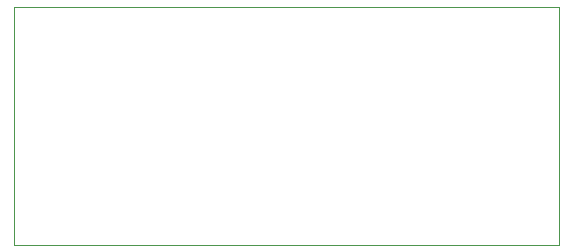
<source format=gbr>
G04 #@! TF.GenerationSoftware,KiCad,Pcbnew,(5.1.5-0-10_14)*
G04 #@! TF.CreationDate,2021-03-15T05:52:22+10:00*
G04 #@! TF.ProjectId,OH - Left Console - 13 Antenna Select Panel,4f48202d-204c-4656-9674-20436f6e736f,rev?*
G04 #@! TF.SameCoordinates,Original*
G04 #@! TF.FileFunction,Profile,NP*
%FSLAX46Y46*%
G04 Gerber Fmt 4.6, Leading zero omitted, Abs format (unit mm)*
G04 Created by KiCad (PCBNEW (5.1.5-0-10_14)) date 2021-03-15 05:52:22*
%MOMM*%
%LPD*%
G04 APERTURE LIST*
%ADD10C,0.120000*%
G04 APERTURE END LIST*
D10*
X96012000Y-71374000D02*
X96012000Y-91567000D01*
X142113000Y-91567000D02*
X96012000Y-91567000D01*
X142113000Y-71374000D02*
X142113000Y-91567000D01*
X96012000Y-71374000D02*
X142113000Y-71374000D01*
M02*

</source>
